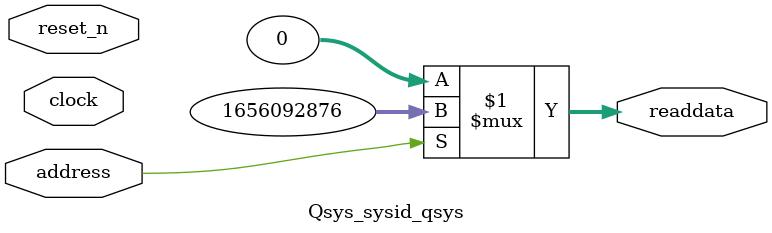
<source format=v>



// synthesis translate_off
`timescale 1ns / 1ps
// synthesis translate_on

// turn off superfluous verilog processor warnings 
// altera message_level Level1 
// altera message_off 10034 10035 10036 10037 10230 10240 10030 

module Qsys_sysid_qsys (
               // inputs:
                address,
                clock,
                reset_n,

               // outputs:
                readdata
             )
;

  output  [ 31: 0] readdata;
  input            address;
  input            clock;
  input            reset_n;

  wire    [ 31: 0] readdata;
  //control_slave, which is an e_avalon_slave
  assign readdata = address ? 1656092876 : 0;

endmodule



</source>
